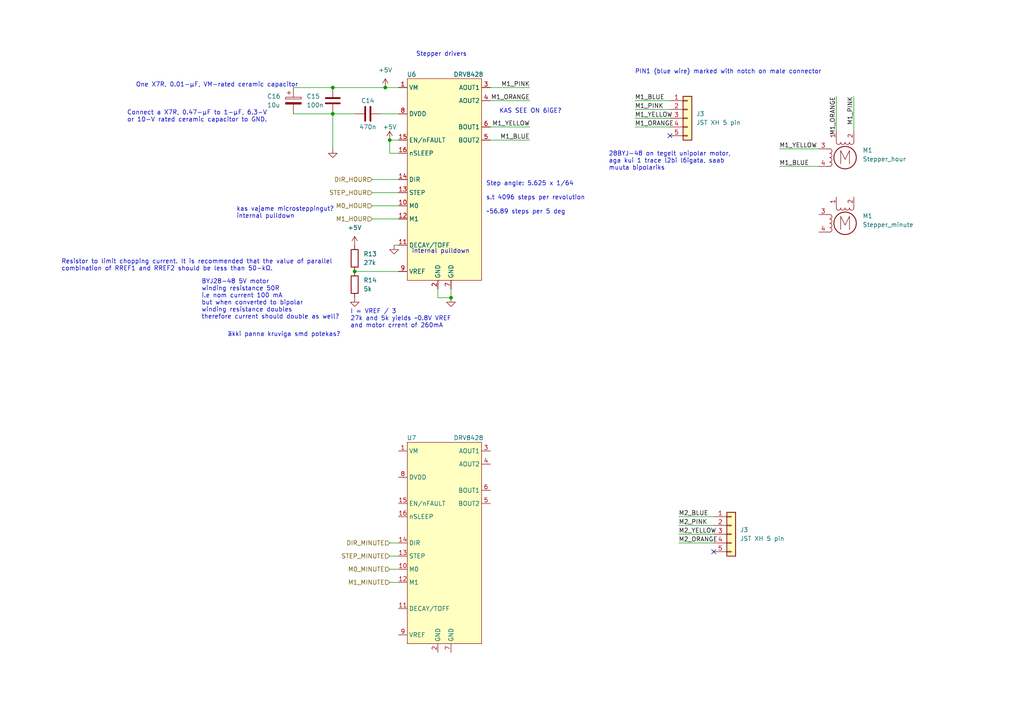
<source format=kicad_sch>
(kicad_sch (version 20230121) (generator eeschema)
  (paper "A4")
  (lib_symbols
    (symbol "Connector_Generic:Conn_01x05" (pin_names (offset 1.016) hide)
      (property "Reference" "J" (at 0 7.62 0))
      (property "Value" "Conn_01x05" (at 0 -7.62 0))
      (symbol "Conn_01x05_1_1"
        (rectangle (start -1.27 -4.953) (end 0 -5.207) (stroke (width 0.1524)))
        (rectangle (start -1.27 -2.413) (end 0 -2.667) (stroke (width 0.1524)))
        (rectangle (start -1.27 0.127) (end 0 -0.127) (stroke (width 0.1524)))
        (rectangle (start -1.27 2.667) (end 0 2.413) (stroke (width 0.1524)))
        (rectangle (start -1.27 5.207) (end 0 4.953) (stroke (width 0.1524)))
        (rectangle (start -1.27 6.35) (end 1.27 -6.35) (stroke (width 0.254)) (fill (type background)))
        (pin passive line (at -5.08 5.08 0) (length 3.81) (name "Pin_1") (number "1"))
        (pin passive line (at -5.08 2.54 0) (length 3.81) (name "Pin_2") (number "2"))
        (pin passive line (at -5.08 0 0) (length 3.81) (name "Pin_3") (number "3"))
        (pin passive line (at -5.08 -2.54 0) (length 3.81) (name "Pin_4") (number "4"))
        (pin passive line (at -5.08 -5.08 0) (length 3.81) (name "Pin_5") (number "5"))
      )
    )
    (symbol "Device:C" (pin_numbers hide) (pin_names (offset 0.254))
      (property "Reference" "C" (at 0.635 2.54 0))
      (property "Value" "C" (at 0.635 -2.54 0))
      (symbol "C_0_1"
        (polyline (pts (xy -2.032 -0.762) (xy 2.032 -0.762)) (stroke (width 0.508)))
        (polyline (pts (xy -2.032 0.762) (xy 2.032 0.762)) (stroke (width 0.508)))
      )
      (symbol "C_1_1"
        (pin passive line (at 0 3.81 270) (length 2.794) (name "~") (number "1"))
        (pin passive line (at 0 -3.81 90) (length 2.794) (name "~") (number "2"))
      )
    )
    (symbol "Device:C_Polarized" (pin_numbers hide) (pin_names (offset 0.254))
      (property "Reference" "C" (at 0.635 2.54 0))
      (property "Value" "C_Polarized" (at 0.635 -2.54 0))
      (symbol "C_Polarized_0_1"
        (rectangle (start -2.286 0.508) (end 2.286 1.016))
        (polyline (pts (xy -1.778 2.286) (xy -0.762 2.286)))
        (polyline (pts (xy -1.27 2.794) (xy -1.27 1.778)))
        (rectangle (start 2.286 -0.508) (end -2.286 -1.016) (fill (type outline)))
      )
      (symbol "C_Polarized_1_1"
        (pin passive line (at 0 3.81 270) (length 2.794) (name "~") (number "1"))
        (pin passive line (at 0 -3.81 90) (length 2.794) (name "~") (number "2"))
      )
    )
    (symbol "Device:R" (pin_numbers hide) (pin_names (offset 0))
      (property "Reference" "R" (at 2.032 0 90))
      (property "Value" "R" (at 0 0 90))
      (symbol "R_0_1"
        (rectangle (start -1.016 -2.54) (end 1.016 2.54) (stroke (width 0.254)))
      )
      (symbol "R_1_1"
        (pin passive line (at 0 3.81 270) (length 1.27) (name "~") (number "1"))
        (pin passive line (at 0 -3.81 90) (length 1.27) (name "~") (number "2"))
      )
    )
    (symbol "Motor:Stepper_Motor_bipolar" (pin_names (offset 0) hide)
      (property "Reference" "M" (at 3.81 2.54 0))
      (property "Value" "Stepper_Motor_bipolar" (at 3.81 1.27 0))
      (symbol "Stepper_Motor_bipolar_0_0"
        (polyline (pts (xy -1.27 -1.778) (xy -1.27 2.032) (xy 0 -0.508) (xy 1.27 2.032) (xy 1.27 -1.778)))
      )
      (symbol "Stepper_Motor_bipolar_0_1"
        (arc (start -4.445 -2.54) (mid -3.8127 -1.905) (end -4.445 -1.27))
        (arc (start -4.445 -1.27) (mid -3.8127 -0.635) (end -4.445 0))
        (arc (start -4.445 0) (mid -3.8127 0.635) (end -4.445 1.27))
        (arc (start -4.445 1.27) (mid -3.8127 1.905) (end -4.445 2.54))
        (arc (start -2.54 4.445) (mid -1.905 3.8127) (end -1.27 4.445))
        (arc (start -1.27 4.445) (mid -0.635 3.8127) (end 0 4.445))
        (polyline (pts (xy -5.08 -2.54) (xy -4.445 -2.54)))
        (polyline (pts (xy -5.08 2.54) (xy -4.445 2.54)))
        (polyline (pts (xy -2.54 5.08) (xy -2.54 4.445)))
        (polyline (pts (xy 2.54 5.08) (xy 2.54 4.445)))
        (circle (center 0 0) (radius 3.2512) (stroke (width 0.254)))
        (arc (start 0 4.445) (mid 0.635 3.8127) (end 1.27 4.445))
        (arc (start 1.27 4.445) (mid 1.905 3.8127) (end 2.54 4.445))
      )
      (symbol "Stepper_Motor_bipolar_1_1"
        (pin passive line (at -2.54 7.62 270) (length 2.54) (name "~") (number "1"))
        (pin passive line (at 2.54 7.62 270) (length 2.54) (name "-") (number "2"))
        (pin passive line (at -7.62 2.54 0) (length 2.54) (name "~") (number "3"))
        (pin passive line (at -7.62 -2.54 0) (length 2.54) (name "~") (number "4"))
      )
    )
    (symbol "RVP_TopeltKell:DRV8428"
      (property "Reference" "U" (at 0 1.27 0))
      (property "Value" "DRV8428" (at 17.78 1.27 0))
      (symbol "DRV8428_1_1"
        (rectangle (start 0 0) (end 21.59 -58.42) (fill (type background)))
        (pin power_in line (at -2.54 -2.54 0) (length 2.54) (name "VM") (number "1"))
        (pin input line (at -2.54 -36.83 0) (length 2.54) (name "M0") (number "10"))
        (pin input line (at -2.54 -48.26 0) (length 2.54) (name "DECAY/TOFF") (number "11"))
        (pin input line (at -2.54 -40.64 0) (length 2.54) (name "M1") (number "12"))
        (pin input line (at -2.54 -33.02 0) (length 2.54) (name "STEP") (number "13"))
        (pin input line (at -2.54 -29.21 0) (length 2.54) (name "DIR") (number "14"))
        (pin input line (at -2.54 -17.78 0) (length 2.54) (name "EN/nFAULT") (number "15"))
        (pin input line (at -2.54 -21.59 0) (length 2.54) (name "nSLEEP") (number "16"))
        (pin power_in line (at 8.89 -60.96 90) (length 2.54) (name "GND") (number "2"))
        (pin output line (at 24.13 -2.54 180) (length 2.54) (name "AOUT1") (number "3"))
        (pin output line (at 24.13 -6.35 180) (length 2.54) (name "AOUT2") (number "4"))
        (pin output line (at 24.13 -17.78 180) (length 2.54) (name "BOUT2") (number "5"))
        (pin output line (at 24.13 -13.97 180) (length 2.54) (name "BOUT1") (number "6"))
        (pin power_in line (at 12.7 -60.96 90) (length 2.54) (name "GND") (number "7"))
        (pin power_in line (at -2.54 -10.16 0) (length 2.54) (name "DVDD") (number "8"))
        (pin input line (at -2.54 -55.88 0) (length 2.54) (name "VREF") (number "9"))
      )
    )
    (symbol "power:+5V" (power) (pin_names (offset 0))
      (property "Value" "+5V" (at 0 3.556 0))
      (symbol "+5V_0_1"
        (polyline (pts (xy -0.762 1.27) (xy 0 2.54)))
        (polyline (pts (xy 0 0) (xy 0 2.54)))
        (polyline (pts (xy 0 2.54) (xy 0.762 1.27)))
      )
      (symbol "+5V_1_1"
        (pin power_in line (at 0 0 90) (length 0) hide (name "+5V") (number "1"))
      )
    )
    (symbol "power:GND" (power) (pin_names (offset 0))
      (property "Value" "GND" (at 0 -3.81 0))
      (symbol "GND_0_1"
        (polyline (pts (xy 0 0) (xy 0 -1.27) (xy 1.27 -1.27) (xy 0 -2.54) (xy -1.27 -1.27) (xy 0 -1.27)))
      )
      (symbol "GND_1_1"
        (pin power_in line (at 0 0 270) (length 0) hide (name "GND") (number "1"))
      )
    )
  )
  (junction (at 96.52 25.4))
  (junction (at 102.87 78.74))
  (junction (at 96.52 33.02))
  (junction (at 113.03 40.64))
  (junction (at 111.76 25.4))
  (junction (at 130.81 86.36))
  (no_connect (at 194.31 39.37))
  (no_connect (at 207.01 160.02))
  (wire (pts (xy 113.03 40.64) (xy 113.03 44.45)))
  (wire (pts (xy 196.85 152.4) (xy 207.01 152.4)))
  (wire (pts (xy 130.81 83.82) (xy 130.81 86.36)))
  (wire (pts (xy 111.76 25.4) (xy 115.57 25.4)))
  (wire (pts (xy 85.09 25.4) (xy 96.52 25.4)))
  (wire (pts (xy 196.85 149.86) (xy 207.01 149.86)))
  (wire (pts (xy 85.09 33.02) (xy 96.52 33.02)))
  (wire (pts (xy 142.24 25.4) (xy 153.67 25.4)))
  (wire (pts (xy 196.85 154.94) (xy 207.01 154.94)))
  (wire (pts (xy 226.06 43.18) (xy 237.49 43.18)))
  (wire (pts (xy 142.24 29.21) (xy 153.67 29.21)))
  (wire (pts (xy 107.95 55.88) (xy 115.57 55.88)))
  (wire (pts (xy 115.57 44.45) (xy 113.03 44.45)))
  (wire (pts (xy 110.49 33.02) (xy 115.57 33.02)))
  (wire (pts (xy 247.65 27.94) (xy 247.65 38.1)))
  (wire (pts (xy 142.24 40.64) (xy 153.67 40.64)))
  (wire (pts (xy 107.95 63.5) (xy 115.57 63.5)))
  (wire (pts (xy 142.24 36.83) (xy 153.67 36.83)))
  (wire (pts (xy 184.15 34.29) (xy 194.31 34.29)))
  (wire (pts (xy 184.15 36.83) (xy 194.31 36.83)))
  (wire (pts (xy 113.03 165.1) (xy 115.57 165.1)))
  (wire (pts (xy 96.52 25.4) (xy 111.76 25.4)))
  (wire (pts (xy 226.06 48.26) (xy 237.49 48.26)))
  (wire (pts (xy 102.87 78.74) (xy 115.57 78.74)))
  (wire (pts (xy 113.03 157.48) (xy 115.57 157.48)))
  (wire (pts (xy 107.95 52.07) (xy 115.57 52.07)))
  (wire (pts (xy 242.57 27.94) (xy 242.57 38.1)))
  (wire (pts (xy 127 83.82) (xy 127 86.36)))
  (wire (pts (xy 96.52 33.02) (xy 96.52 43.18)))
  (wire (pts (xy 113.03 161.29) (xy 115.57 161.29)))
  (wire (pts (xy 113.03 40.64) (xy 115.57 40.64)))
  (wire (pts (xy 196.85 157.48) (xy 207.01 157.48)))
  (wire (pts (xy 96.52 33.02) (xy 102.87 33.02)))
  (wire (pts (xy 113.03 168.91) (xy 115.57 168.91)))
  (wire (pts (xy 184.15 31.75) (xy 194.31 31.75)))
  (wire (pts (xy 127 86.36) (xy 130.81 86.36)))
  (wire (pts (xy 184.15 29.21) (xy 194.31 29.21)))
  (wire (pts (xy 107.95 59.69) (xy 115.57 59.69)))
  (wire (pts (xy 114.3 71.12) (xy 115.57 71.12)))
  (text "Step angle: 5.625 x 1/64\n\ns.t 4096 steps per revolution\n\n~56.89 steps per 5 deg" (at 140.97 62.23 0) (effects (font (size 1.27 1.27)) (justify left bottom)))
  (text "internal pulldown" (at 119.38 73.66 0) (effects (font (size 1.27 1.27)) (justify left bottom)))
  (text "Resistor to limit chopping current. It is recommended that the value of parallel\ncombination of RREF1 and RREF2 should be less than 50-kΩ." (at 17.78 78.74 0) (effects (font (size 1.27 1.27)) (justify left bottom)))
  (text "Connect a X7R, 0.47-μF to 1-μF, 6.3-V\nor 10-V rated ceramic capacitor to GND." (at 36.83 35.56 0) (effects (font (size 1.27 1.27)) (justify left bottom)))
  (text "28BYJ-48 on tegelt unipolar motor,\naga kui 1 trace l2bi l6igata, saab\nmuuta bipolariks" (at 176.53 49.53 0) (effects (font (size 1.27 1.27)) (justify left bottom)))
  (text "One X7R, 0.01-μF, VM-rated ceramic capacitor" (at 39.37 25.4 0) (effects (font (size 1.27 1.27)) (justify left bottom)))
  (text "kas vajame microsteppingut?\ninternal pulldown" (at 68.58 63.5 0) (effects (font (size 1.27 1.27)) (justify left bottom)))
  (text "äkki panna kruviga smd potekas?" (at 66.04 97.79 0) (effects (font (size 1.27 1.27)) (justify left bottom)))
  (text "PIN1 (blue wire) marked with notch on male connector" (at 184.15 21.59 0) (effects (font (size 1.27 1.27)) (justify left bottom)))
  (text "I = VREF / 3\n27k and 5k yields ~0.8V VREF\nand motor crrent of 260mA" (at 101.6 95.25 0) (effects (font (size 1.27 1.27)) (justify left bottom)))
  (text "Stepper drivers" (at 120.65 16.51 0) (effects (font (size 1.27 1.27)) (justify left bottom)))
  (text "KAS SEE ON 6iGE?" (at 144.78 33.02 0) (effects (font (size 1.27 1.27)) (justify left bottom)))
  (text "BYJ28-48 5V motor\nwinding resistance 50R\ni.e nom current 100 mA\nbut when converted to bipolar\nwinding resistance doubles\ntherefore current should double as well?" (at 58.42 92.71 0) (effects (font (size 1.27 1.27)) (justify left bottom)))
  (label "M1_ORANGE" (at 184.15 36.83 0))
  (label "M1_YELLOW" (at 153.67 36.83 180))
  (label "M1_BLUE" (at 226.06 48.26 0))
  (label "M1_ORANGE" (at 242.57 27.94 270))
  (label "M2_YELLOW" (at 196.85 154.94 0))
  (label "M1_PINK" (at 153.67 25.4 180))
  (label "M2_ORANGE" (at 196.85 157.48 0))
  (label "M2_PINK" (at 196.85 152.4 0))
  (label "M1_PINK" (at 184.15 31.75 0))
  (label "M1_ORANGE" (at 153.67 29.21 180))
  (label "M2_BLUE" (at 196.85 149.86 0))
  (label "M1_YELLOW" (at 184.15 34.29 0))
  (label "M1_PINK" (at 247.65 27.94 270))
  (label "M1_BLUE" (at 184.15 29.21 0))
  (label "M1_BLUE" (at 153.67 40.64 180))
  (label "M1_YELLOW" (at 226.06 43.18 0))
  (hierarchical_label "M0_HOUR" (shape input) (at 107.95 59.69 180))
  (hierarchical_label "M0_MINUTE" (shape input) (at 113.03 165.1 180))
  (hierarchical_label "STEP_MINUTE" (shape input) (at 113.03 161.29 180))
  (hierarchical_label "M1_MINUTE" (shape input) (at 113.03 168.91 180))
  (hierarchical_label "DIR_MINUTE" (shape input) (at 113.03 157.48 180))
  (hierarchical_label "M1_HOUR" (shape input) (at 107.95 63.5 180))
  (hierarchical_label "STEP_HOUR" (shape input) (at 107.95 55.88 180))
  (hierarchical_label "DIR_HOUR" (shape input) (at 107.95 52.07 180))
  (symbol (lib_id "Motor:Stepper_Motor_bipolar") (at 245.11 64.77 0) (unit 1)
    (property "Reference" "M1" (at 250.19 62.6491 0) (effects (justify left)))
    (property "Value" "Stepper_minute" (at 250.19 65.1891 0) (effects (justify left)))
    (property "Datasheet" "http://www.infineon.com/dgdl/Application-Note-TLE8110EE_driving_UniPolarStepperMotor_V1.1.pdf?fileId=db3a30431be39b97011be5d0aa0a00b0" (effects hide))
    (instances (project "RVP_TopeltKell" (path "" (reference "M1") (unit 1)) (path "" (reference "M2") (unit 1)) (path "" (reference "M2") (unit 1))))
  )
  (symbol (lib_id "Device:C") (at 96.52 29.21 180) (unit 1)
    (property "Reference" "C15" (at 88.9 27.94 0) (effects (justify right)))
    (property "Value" "100n" (at 88.9 30.48 0) (effects (justify right)))
  )
  (symbol (lib_id "Device:R") (at 102.87 82.55 0) (unit 1)
    (property "Reference" "R14" (at 105.41 81.28 0) (effects (justify left)))
    (property "Value" "5k" (at 105.41 83.82 0) (effects (justify left)))
  )
  (symbol (lib_id "power:GND") (at 102.87 86.36 0) (unit 1)
    (property "Reference" "#PWR039" (effects hide))
    (property "Value" "GND" (effects hide))
  )
  (symbol (lib_id "Device:C") (at 106.68 33.02 90) (unit 1)
    (property "Reference" "C14" (at 106.68 29.21 90))
    (property "Value" "470n" (at 106.68 36.83 90))
  )
  (symbol (lib_id "power:+5V") (at 102.87 71.12 0) (unit 1)
    (property "Reference" "#PWR038" (effects hide))
    (property "Value" "+5V" (at 102.87 66.04 0))
  )
  (symbol (lib_id "Connector_Generic:Conn_01x05") (at 212.09 154.94 0) (unit 1)
    (property "Reference" "J3" (at 214.63 153.67 0) (effects (justify left)))
    (property "Value" "JST XH 5 pin" (at 214.63 156.21 0) (effects (justify left)))
    (instances (project "RVP_TopeltKell" (path "" (reference "J3") (unit 1)) (path "" (reference "J4") (unit 1)) (path "" (reference "J5") (unit 1))))
  )
  (symbol (lib_id "Device:C_Polarized") (at 85.09 29.21 0) (unit 1)
    (property "Reference" "C16" (at 77.47 27.94 0) (effects (justify left)))
    (property "Value" "10u" (at 77.47 30.48 0) (effects (justify left)))
  )
  (symbol (lib_id "power:+5V") (at 113.03 40.64 0) (unit 1)
    (property "Reference" "#PWR034" (effects hide))
    (property "Value" "+5V" (at 113.03 36.83 0))
  )
  (symbol (lib_id "power:GND") (at 96.52 43.18 0) (unit 1)
    (property "Reference" "#PWR036" (effects hide))
    (property "Value" "GND" (effects hide))
  )
  (symbol (lib_id "RVP_TopeltKell:DRV8428") (at 118.11 22.86 0) (unit 1)
    (property "Reference" "U6" (at 119.38 21.59 0))
    (property "Value" "DRV8428" (at 135.89 21.59 0))
    (property "Datasheet" "https://www.ti.com/lit/ds/symlink/drv8428.pdf" (effects hide))
  )
  (symbol (lib_id "power:+5V") (at 111.76 25.4 0) (unit 1)
    (property "Reference" "#PWR037" (effects hide))
    (property "Value" "+5V" (at 111.76 20.32 0))
  )
  (symbol (lib_id "RVP_TopeltKell:DRV8428") (at 118.11 128.27 0) (unit 1)
    (property "Reference" "U7" (at 119.38 127 0))
    (property "Value" "DRV8428" (at 135.89 127 0))
    (property "Datasheet" "https://www.ti.com/lit/ds/symlink/drv8428.pdf" (effects hide))
  )
  (symbol (lib_id "power:GND") (at 114.3 71.12 0) (unit 1)
    (property "Reference" "#PWR045" (effects hide))
    (property "Value" "GND" (effects hide))
  )
  (symbol (lib_id "Motor:Stepper_Motor_bipolar") (at 245.11 45.72 0) (unit 1)
    (property "Reference" "M1" (at 250.19 43.5991 0) (effects (justify left)))
    (property "Value" "Stepper_hour" (at 250.19 46.1391 0) (effects (justify left)))
    (property "Datasheet" "http://www.infineon.com/dgdl/Application-Note-TLE8110EE_driving_UniPolarStepperMotor_V1.1.pdf?fileId=db3a30431be39b97011be5d0aa0a00b0" (effects hide))
    (instances (project "RVP_TopeltKell" (path "" (reference "M1") (unit 1)) (path "" (reference "M2") (unit 1)) (path "" (reference "M1") (unit 1))))
  )
  (symbol (lib_id "Connector_Generic:Conn_01x05") (at 199.39 34.29 0) (unit 1)
    (property "Reference" "J3" (at 201.93 33.02 0) (effects (justify left)))
    (property "Value" "JST XH 5 pin" (at 201.93 35.56 0) (effects (justify left)))
    (instances (project "RVP_TopeltKell" (path "" (reference "J3") (unit 1)) (path "" (reference "J4") (unit 1)) (path "" (reference "J4") (unit 1))))
  )
  (symbol (lib_id "power:GND") (at 130.81 86.36 0) (unit 1)
    (property "Reference" "#PWR035" (effects hide))
    (property "Value" "GND" (effects hide))
  )
  (symbol (lib_id "Device:R") (at 102.87 74.93 0) (unit 1)
    (property "Reference" "R13" (at 105.41 73.66 0) (effects (justify left)))
    (property "Value" "27k" (at 105.41 76.2 0) (effects (justify left)))
  )
)
</source>
